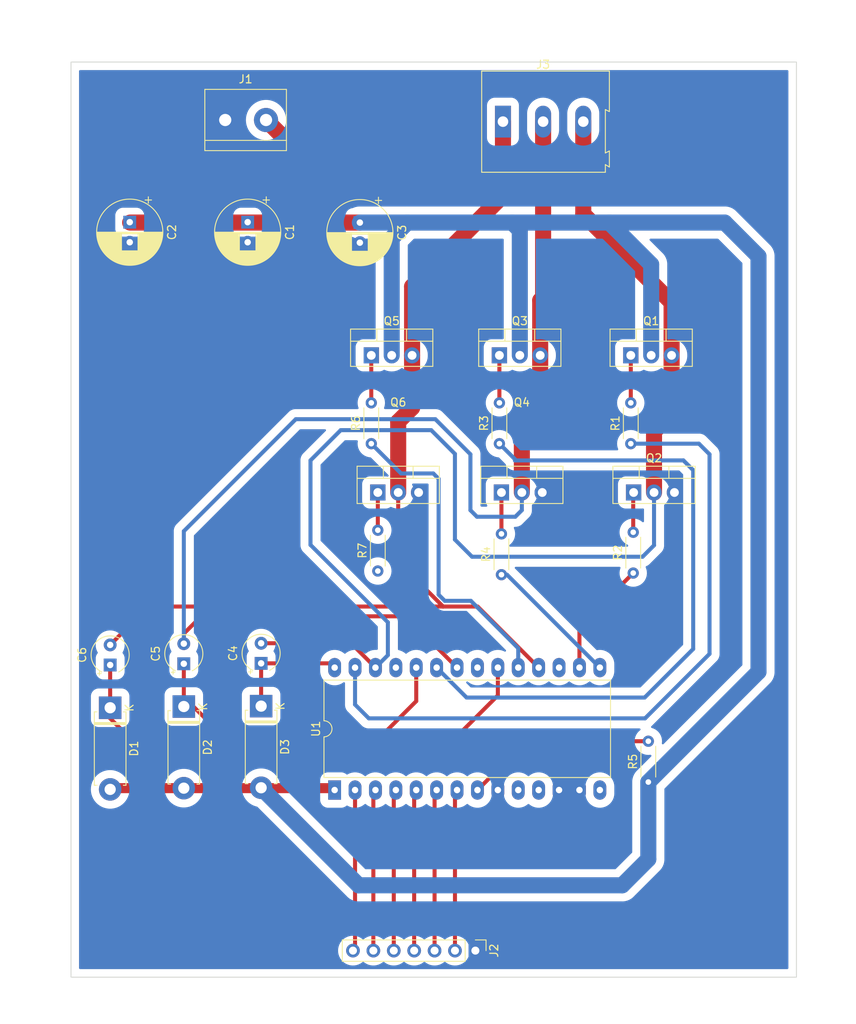
<source format=kicad_pcb>
(kicad_pcb (version 20211014) (generator pcbnew)
  (layers (0 "F.Cu" signal) (31 "B.Cu" signal) (34 "B.Paste" user) (35 "F.Paste" user) (36 "B.SilkS" user "B.Silkscreen") (37 "F.SilkS" user "F.Silkscreen") (38 "B.Mask" user) (39 "F.Mask" user) (44 "Edge.Cuts" user))
  (net 0 "")
  (net 1 "+BATT")
  (net 2 "GND")
  (net 3 "Net-(C4-Pad1)")
  (net 4 "U")
  (net 5 "Net-(C5-Pad1)")
  (net 6 "V")
  (net 7 "Net-(C6-Pad1)")
  (net 8 "W")
  (net 9 "L3")
  (net 10 "H3")
  (net 11 "L2")
  (net 12 "H2")
  (net 13 "L1")
  (net 14 "H1")
  (net 15 "Net-(Q1-Pad1)")
  (net 16 "Net-(Q2-Pad1)")
  (net 17 "Net-(Q3-Pad1)")
  (net 18 "Net-(Q4-Pad1)")
  (net 19 "Net-(Q5-Pad1)")
  (net 20 "Net-(Q6-Pad1)")
  (net 21 "HO1")
  (net 22 "LO1")
  (net 23 "HO2")
  (net 24 "LO2")
  (net 25 "Net-(R5-Pad2)")
  (net 26 "HO3")
  (net 27 "LO3")
  (footprint "Resistor_THT:R_Axial_DIN0204_L3.6mm_D1.6mm_P5.08mm_Horizontal" (layer "F.Cu") (at 194.1576 104.1908 90)
    (fp_text reference "R2" (at 2.54 -1.92 90) (layer "F.SilkS"))
    (fp_text value "10R")
    (pad "1" thru_hole circle (at 0 0 90) (size 1.4 1.4) (drill 0.7) (layers *.Cu *.Mask) (net 22 "LO1"))
    (pad "2" thru_hole oval (at 5.08 0 90) (size 1.4 1.4) (drill 0.7) (layers *.Cu *.Mask) (net 16 "Net-(Q2-Pad1)"))
  )
  (footprint "Package_TO_SOT_THT:TO-220-3_Vertical" (layer "F.Cu") (at 194.2084 94.163)
    (fp_text reference "Q2" (at 2.54 -4.27) (layer "F.SilkS"))
    (fp_text value "IRFZ 24N")
    (pad "1" thru_hole rect (at 0 0) (size 1.905 2) (drill 1.1) (layers *.Cu *.Mask) (net 16 "Net-(Q2-Pad1)"))
    (pad "2" thru_hole oval (at 2.54 0) (size 1.905 2) (drill 1.1) (layers *.Cu *.Mask) (net 4 "U"))
    (pad "3" thru_hole oval (at 5.08 0) (size 1.905 2) (drill 1.1) (layers *.Cu *.Mask) (net 2 "GND"))
  )
  (footprint "Package_TO_SOT_THT:TO-220-3_Vertical" (layer "F.Cu") (at 162.3568 94.163)
    (fp_text reference "Q6" (at 2.54 -11.2133) (layer "F.SilkS"))
    (fp_text value "IRFZ 24N")
    (pad "1" thru_hole rect (at 0 0) (size 1.905 2) (drill 1.1) (layers *.Cu *.Mask) (net 20 "Net-(Q6-Pad1)"))
    (pad "2" thru_hole oval (at 2.54 0) (size 1.905 2) (drill 1.1) (layers *.Cu *.Mask) (net 8 "W"))
    (pad "3" thru_hole oval (at 5.08 0) (size 1.905 2) (drill 1.1) (layers *.Cu *.Mask) (net 2 "GND"))
  )
  (footprint "Resistor_THT:R_Axial_DIN0204_L3.6mm_D1.6mm_P5.08mm_Horizontal" (layer "F.Cu") (at 162.3568 103.9368 90)
    (fp_text reference "R7" (at 2.54 -1.92 90) (layer "F.SilkS"))
    (fp_text value "10R")
    (pad "1" thru_hole circle (at 0 0 90) (size 1.4 1.4) (drill 0.7) (layers *.Cu *.Mask) (net 27 "LO3"))
    (pad "2" thru_hole oval (at 5.08 0 90) (size 1.4 1.4) (drill 0.7) (layers *.Cu *.Mask) (net 20 "Net-(Q6-Pad1)"))
  )
  (footprint "Diode_THT:D_5W_P10.16mm_Horizontal" (layer "F.Cu") (at 147.828 120.7516 -90)
    (fp_text reference "D3" (at 5.08 -2.97 90) (layer "F.SilkS"))
    (fp_text value "1N4148")
    (fp_text user "K" (at 0 -2.4 90) (layer "F.SilkS"))
    (pad "1" thru_hole rect (at 0 0 270) (size 2.8 2.8) (drill 1.4) (layers *.Cu *.Mask) (net 3 "Net-(C4-Pad1)"))
    (pad "2" thru_hole oval (at 10.16 0 270) (size 2.8 2.8) (drill 1.4) (layers *.Cu *.Mask) (net 1 "+BATT"))
  )
  (footprint "Resistor_THT:R_Axial_DIN0204_L3.6mm_D1.6mm_P5.08mm_Horizontal" (layer "F.Cu") (at 177.7492 104.394 90)
    (fp_text reference "R4" (at 2.54 -1.92 90) (layer "F.SilkS"))
    (fp_text value "10R")
    (pad "1" thru_hole circle (at 0 0 90) (size 1.4 1.4) (drill 0.7) (layers *.Cu *.Mask) (net 24 "LO2"))
    (pad "2" thru_hole oval (at 5.08 0 90) (size 1.4 1.4) (drill 0.7) (layers *.Cu *.Mask) (net 18 "Net-(Q4-Pad1)"))
  )
  (footprint "Capacitor_THT:CP_Radial_Tantal_D4.5mm_P2.50mm" (layer "F.Cu") (at 129.032 115.630456 90)
    (fp_text reference "C6" (at 1.25 -3.5 90) (layer "F.SilkS"))
    (fp_text value "270nF")
    (pad "1" thru_hole rect (at 0 0 90) (size 1.6 1.6) (drill 0.8) (layers *.Cu *.Mask) (net 7 "Net-(C6-Pad1)"))
    (pad "2" thru_hole circle (at 2.5 0 90) (size 1.6 1.6) (drill 0.8) (layers *.Cu *.Mask) (net 8 "W"))
  )
  (footprint "Diode_THT:D_5W_P10.16mm_Horizontal" (layer "F.Cu") (at 129.032 120.9548 -90)
    (fp_text reference "D1" (at 5.08 -2.97 90) (layer "F.SilkS"))
    (fp_text value "1N4148")
    (fp_text user "K" (at 0 -2.4 90) (layer "F.SilkS"))
    (pad "1" thru_hole rect (at 0 0 270) (size 2.8 2.8) (drill 1.4) (layers *.Cu *.Mask) (net 7 "Net-(C6-Pad1)"))
    (pad "2" thru_hole oval (at 10.16 0 270) (size 2.8 2.8) (drill 1.4) (layers *.Cu *.Mask) (net 1 "+BATT"))
  )
  (footprint "Resistor_THT:R_Axial_DIN0204_L3.6mm_D1.6mm_P5.08mm_Horizontal" (layer "F.Cu") (at 193.8528 88.0872 90)
    (fp_text reference "R1" (at 2.54 -1.92 90) (layer "F.SilkS"))
    (fp_text value "10R")
    (pad "1" thru_hole circle (at 0 0 90) (size 1.4 1.4) (drill 0.7) (layers *.Cu *.Mask) (net 21 "HO1"))
    (pad "2" thru_hole oval (at 5.08 0 90) (size 1.4 1.4) (drill 0.7) (layers *.Cu *.Mask) (net 15 "Net-(Q1-Pad1)"))
  )
  (footprint "Package_TO_SOT_THT:TO-220-3_Vertical" (layer "F.Cu") (at 161.544 77.0942)
    (fp_text reference "Q5" (at 2.54 -4.27) (layer "F.SilkS"))
    (fp_text value "IRFZ 24N")
    (pad "1" thru_hole rect (at 0 0) (size 1.905 2) (drill 1.1) (layers *.Cu *.Mask) (net 19 "Net-(Q5-Pad1)"))
    (pad "2" thru_hole oval (at 2.54 0) (size 1.905 2) (drill 1.1) (layers *.Cu *.Mask) (net 1 "+BATT"))
    (pad "3" thru_hole oval (at 5.08 0) (size 1.905 2) (drill 1.1) (layers *.Cu *.Mask) (net 8 "W"))
  )
  (footprint "Package_TO_SOT_THT:TO-220-3_Vertical" (layer "F.Cu") (at 193.8528 77.0942)
    (fp_text reference "Q1" (at 2.54 -4.27) (layer "F.SilkS"))
    (fp_text value "IRFZ 24N")
    (pad "1" thru_hole rect (at 0 0) (size 1.905 2) (drill 1.1) (layers *.Cu *.Mask) (net 15 "Net-(Q1-Pad1)"))
    (pad "2" thru_hole oval (at 2.54 0) (size 1.905 2) (drill 1.1) (layers *.Cu *.Mask) (net 1 "+BATT"))
    (pad "3" thru_hole oval (at 5.08 0) (size 1.905 2) (drill 1.1) (layers *.Cu *.Mask) (net 4 "U"))
  )
  (footprint "Capacitor_THT:CP_Radial_D8.0mm_P2.50mm" (layer "F.Cu") (at 160.1216 60.569349 -90)
    (fp_text reference "C3" (at 1.25 -5.25 90) (layer "F.SilkS"))
    (fp_text value "100uF")
    (pad "1" thru_hole rect (at 0 0 270) (size 1.6 1.6) (drill 0.8) (layers *.Cu *.Mask) (net 1 "+BATT"))
    (pad "2" thru_hole circle (at 2.5 0 270) (size 1.6 1.6) (drill 0.8) (layers *.Cu *.Mask) (net 2 "GND"))
  )
  (footprint "TerminalBlock:TerminalBlock_bornier-2_P5.08mm" (layer "F.Cu") (at 143.3576 47.8028)
    (fp_text reference "J1" (at 2.54 -5.08) (layer "F.SilkS"))
    (fp_text value "Power Input")
    (pad "1" thru_hole rect (at 0 0) (size 3 3) (drill 1.52) (layers *.Cu *.Mask) (net 2 "GND"))
    (pad "2" thru_hole circle (at 5.08 0) (size 3 3) (drill 1.52) (layers *.Cu *.Mask) (net 1 "+BATT"))
  )
  (footprint "Connector_PinHeader_2.54mm:PinHeader_1x07_P2.54mm_Vertical" (layer "F.Cu") (at 174.503 151.1808 -90)
    (fp_text reference "J2" (at 0 -2.33 90) (layer "F.SilkS"))
    (fp_text value "Input")
    (pad "1" thru_hole rect (at 0 0 270) (size 1.7 1.7) (drill 1) (layers *.Cu *.Mask) (net 2 "GND"))
    (pad "2" thru_hole oval (at 0 2.54 270) (size 1.7 1.7) (drill 1) (layers *.Cu *.Mask) (net 9 "L3"))
    (pad "3" thru_hole oval (at 0 5.08 270) (size 1.7 1.7) (drill 1) (layers *.Cu *.Mask) (net 11 "L2"))
    (pad "4" thru_hole oval (at 0 7.62 270) (size 1.7 1.7) (drill 1) (layers *.Cu *.Mask) (net 13 "L1"))
    (pad "5" thru_hole oval (at 0 10.16 270) (size 1.7 1.7) (drill 1) (layers *.Cu *.Mask) (net 10 "H3"))
    (pad "6" thru_hole oval (at 0 12.7 270) (size 1.7 1.7) (drill 1) (layers *.Cu *.Mask) (net 12 "H2"))
    (pad "7" thru_hole oval (at 0 15.24 270) (size 1.7 1.7) (drill 1) (layers *.Cu *.Mask) (net 14 "H1"))
  )
  (footprint "TerminalBlock:TerminalBlock_Altech_AK300-3_P5.00mm" (layer "F.Cu") (at 177.9384 48.006)
    (fp_text reference "J3" (at 5 -7.1) (layer "F.SilkS"))
    (fp_text value "Motor Output")
    (pad "1" thru_hole rect (at 0 0) (size 1.98 3.96) (drill 1.32) (layers *.Cu *.Mask) (net 8 "W"))
    (pad "2" thru_hole oval (at 5 0) (size 1.98 3.96) (drill 1.32) (layers *.Cu *.Mask) (net 6 "V"))
    (pad "3" thru_hole oval (at 10 0) (size 1.98 3.96) (drill 1.32) (layers *.Cu *.Mask) (net 4 "U"))
  )
  (footprint "Package_DIP:DIP-28_W15.24mm_LongPads" (layer "F.Cu") (at 156.982 131.1964 90)
    (fp_text reference "U1" (at 7.62 -2.33 90) (layer "F.SilkS"))
    (fp_text value "IR2130")
    (pad "1" thru_hole rect (at 0 0 90) (size 2.4 1.6) (drill 0.8) (layers *.Cu *.Mask) (net 1 "+BATT"))
    (pad "2" thru_hole oval (at 0 2.54 90) (size 2.4 1.6) (drill 0.8) (layers *.Cu *.Mask) (net 14 "H1"))
    (pad "3" thru_hole oval (at 0 5.08 90) (size 2.4 1.6) (drill 0.8) (layers *.Cu *.Mask) (net 12 "H2"))
    (pad "4" thru_hole oval (at 0 7.62 90) (size 2.4 1.6) (drill 0.8) (layers *.Cu *.Mask) (net 10 "H3"))
    (pad "5" thru_hole oval (at 0 10.16 90) (size 2.4 1.6) (drill 0.8) (layers *.Cu *.Mask) (net 13 "L1"))
    (pad "6" thru_hole oval (at 0 12.7 90) (size 2.4 1.6) (drill 0.8) (layers *.Cu *.Mask) (net 11 "L2"))
    (pad "7" thru_hole oval (at 0 15.24 90) (size 2.4 1.6) (drill 0.8) (layers *.Cu *.Mask) (net 9 "L3"))
    (pad "8" thru_hole oval (at 0 17.78 90) (size 2.4 1.6) (drill 0.8) (layers *.Cu *.Mask) (net 25 "Net-(R5-Pad2)"))
    (pad "9" thru_hole oval (at 0 20.32 90) (size 2.4 1.6) (drill 0.8) (layers *.Cu *.Mask) (net 2 "GND"))
    (pad "10" thru_hole oval (at 0 22.86 90) (size 2.4 1.6) (drill 0.8) (layers *.Cu *.Mask))
    (pad "11" thru_hole oval (at 0 25.4 90) (size 2.4 1.6) (drill 0.8) (layers *.Cu *.Mask))
    (pad "12" thru_hole oval (at 0 27.94 90) (size 2.4 1.6) (drill 0.8) (layers *.Cu *.Mask) (net 2 "GND"))
    (pad "13" thru_hole oval (at 0 30.48 90) (size 2.4 1.6) (drill 0.8) (layers *.Cu *.Mask) (net 2 "GND"))
    (pad "14" thru_hole oval (at 0 33.02 90) (size 2.4 1.6) (drill 0.8) (layers *.Cu *.Mask) (net 27 "LO3"))
    (pad "15" thru_hole oval (at 15.24 33.02 90) (size 2.4 1.6) (drill 0.8) (layers *.Cu *.Mask) (net 24 "LO2"))
    (pad "16" thru_hole oval (at 15.24 30.48 90) (size 2.4 1.6) (drill 0.8) (layers *.Cu *.Mask) (net 22 "LO1"))
    (pad "17" thru_hole oval (at 15.24 27.94 90) (size 2.4 1.6) (drill 0.8) (layers *.Cu *.Mask))
    (pad "18" thru_hole oval (at 15.24 25.4 90) (size 2.4 1.6) (drill 0.8) (layers *.Cu *.Mask) (net 8 "W"))
    (pad "19" thru_hole oval (at 15.24 22.86 90) (size 2.4 1.6) (drill 0.8) (layers *.Cu *.Mask) (net 26 "HO3"))
    (pad "20" thru_hole oval (at 15.24 20.32 90) (size 2.4 1.6) (drill 0.8) (layers *.Cu *.Mask) (net 7 "Net-(C6-Pad1)"))
    (pad "21" thru_hole oval (at 15.24 17.78 90) (size 2.4 1.6) (drill 0.8) (layers *.Cu *.Mask))
    (pad "22" thru_hole oval (at 15.24 15.24 90) (size 2.4 1.6) (drill 0.8) (layers *.Cu *.Mask) (net 6 "V"))
    (pad "23" thru_hole oval (at 15.24 12.7 90) (size 2.4 1.6) (drill 0.8) (layers *.Cu *.Mask) (net 23 "HO2"))
    (pad "24" thru_hole oval (at 15.24 10.16 90) (size 2.4 1.6) (drill 0.8) (layers *.Cu *.Mask) (net 5 "Net-(C5-Pad1)"))
    (pad "25" thru_hole oval (at 15.24 7.62 90) (size 2.4 1.6) (drill 0.8) (layers *.Cu *.Mask))
    (pad "26" thru_hole oval (at 15.24 5.08 90) (size 2.4 1.6) (drill 0.8) (layers *.Cu *.Mask) (net 4 "U"))
    (pad "27" thru_hole oval (at 15.24 2.54 90) (size 2.4 1.6) (drill 0.8) (layers *.Cu *.Mask) (net 21 "HO1"))
    (pad "28" thru_hole oval (at 15.24 0 90) (size 2.4 1.6) (drill 0.8) (layers *.Cu *.Mask) (net 3 "Net-(C4-Pad1)"))
  )
  (footprint "Package_TO_SOT_THT:TO-220-3_Vertical" (layer "F.Cu") (at 177.7492 94.163)
    (fp_text reference "Q4" (at 2.54 -11.2133) (layer "F.SilkS"))
    (fp_text value "IRFZ 24N")
    (pad "1" thru_hole rect (at 0 0) (size 1.905 2) (drill 1.1) (layers *.Cu *.Mask) (net 18 "Net-(Q4-Pad1)"))
    (pad "2" thru_hole oval (at 2.54 0) (size 1.905 2) (drill 1.1) (layers *.Cu *.Mask) (net 6 "V"))
    (pad "3" thru_hole oval (at 5.08 0) (size 1.905 2) (drill 1.1) (layers *.Cu *.Mask) (net 2 "GND"))
  )
  (footprint "Capacitor_THT:CP_Radial_D8.0mm_P2.50mm" (layer "F.Cu") (at 146.1516 60.518549 -90)
    (fp_text reference "C1" (at 1.25 -5.25 90) (layer "F.SilkS"))
    (fp_text value "100uF")
    (pad "1" thru_hole rect (at 0 0 270) (size 1.6 1.6) (drill 0.8) (layers *.Cu *.Mask) (net 1 "+BATT"))
    (pad "2" thru_hole circle (at 2.5 0 270) (size 1.6 1.6) (drill 0.8) (layers *.Cu *.Mask) (net 2 "GND"))
  )
  (footprint "Package_TO_SOT_THT:TO-220-3_Vertical" (layer "F.Cu") (at 177.4952 77.0942)
    (fp_text reference "Q3" (at 2.54 -4.27) (layer "F.SilkS"))
    (fp_text value "IRFZ 24N")
    (pad "1" thru_hole rect (at 0 0) (size 1.905 2) (drill 1.1) (layers *.Cu *.Mask) (net 17 "Net-(Q3-Pad1)"))
    (pad "2" thru_hole oval (at 2.54 0) (size 1.905 2) (drill 1.1) (layers *.Cu *.Mask) (net 1 "+BATT"))
    (pad "3" thru_hole oval (at 5.08 0) (size 1.905 2) (drill 1.1) (layers *.Cu *.Mask) (net 6 "V"))
  )
  (footprint "Resistor_THT:R_Axial_DIN0204_L3.6mm_D1.6mm_P5.08mm_Horizontal" (layer "F.Cu") (at 177.4952 88.0872 90)
    (fp_text reference "R3" (at 2.54 -1.92 90) (layer "F.SilkS"))
    (fp_text value "10R")
    (pad "1" thru_hole circle (at 0 0 90) (size 1.4 1.4) (drill 0.7) (layers *.Cu *.Mask) (net 23 "HO2"))
    (pad "2" thru_hole oval (at 5.08 0 90) (size 1.4 1.4) (drill 0.7) (layers *.Cu *.Mask) (net 17 "Net-(Q3-Pad1)"))
  )
  (footprint "Capacitor_THT:CP_Radial_Tantal_D4.5mm_P2.50mm" (layer "F.Cu") (at 147.828 115.427256 90)
    (fp_text reference "C4" (at 1.25 -3.5 90) (layer "F.SilkS"))
    (fp_text value "270nF")
    (pad "1" thru_hole rect (at 0 0 90) (size 1.6 1.6) (drill 0.8) (layers *.Cu *.Mask) (net 3 "Net-(C4-Pad1)"))
    (pad "2" thru_hole circle (at 2.5 0 90) (size 1.6 1.6) (drill 0.8) (layers *.Cu *.Mask) (net 4 "U"))
  )
  (footprint "Diode_THT:D_5W_P10.16mm_Horizontal" (layer "F.Cu") (at 138.2014 120.8024 -90)
    (fp_text reference "D2" (at 5.08 -2.97 90) (layer "F.SilkS"))
    (fp_text value "1N4148")
    (fp_text user "K" (at 0 -2.4 90) (layer "F.SilkS"))
    (pad "1" thru_hole rect (at 0 0 270) (size 2.8 2.8) (drill 1.4) (layers *.Cu *.Mask) (net 5 "Net-(C5-Pad1)"))
    (pad "2" thru_hole oval (at 10.16 0 270) (size 2.8 2.8) (drill 1.4) (layers *.Cu *.Mask) (net 1 "+BATT"))
  )
  (footprint "Resistor_THT:R_Axial_DIN0204_L3.6mm_D1.6mm_P5.08mm_Horizontal" (layer "F.Cu") (at 161.544 88.0872 90)
    (fp_text reference "R6" (at 2.54 -1.92 90) (layer "F.SilkS"))
    (fp_text value "10R")
    (pad "1" thru_hole circle (at 0 0 90) (size 1.4 1.4) (drill 0.7) (layers *.Cu *.Mask) (net 26 "HO3"))
    (pad "2" thru_hole oval (at 5.08 0 90) (size 1.4 1.4) (drill 0.7) (layers *.Cu *.Mask) (net 19 "Net-(Q5-Pad1)"))
  )
  (footprint "Capacitor_THT:CP_Radial_Tantal_D4.5mm_P2.50mm" (layer "F.Cu") (at 138.2014 115.478056 90)
    (fp_text reference "C5" (at 1.25 -3.5 90) (layer "F.SilkS"))
    (fp_text value "270nF")
    (pad "1" thru_hole rect (at 0 0 90) (size 1.6 1.6) (drill 0.8) (layers *.Cu *.Mask) (net 5 "Net-(C5-Pad1)"))
    (pad "2" thru_hole circle (at 2.5 0 90) (size 1.6 1.6) (drill 0.8) (layers *.Cu *.Mask) (net 6 "V"))
  )
  (footprint "Resistor_THT:R_Axial_DIN0204_L3.6mm_D1.6mm_P5.08mm_Horizontal" (layer "F.Cu") (at 196.0372 130.2004 90)
    (fp_text reference "R5" (at 2.54 -1.92 90) (layer "F.SilkS"))
    (fp_text value "10k")
    (pad "1" thru_hole circle (at 0 0 90) (size 1.4 1.4) (drill 0.7) (layers *.Cu *.Mask) (net 1 "+BATT"))
    (pad "2" thru_hole oval (at 5.08 0 90) (size 1.4 1.4) (drill 0.7) (layers *.Cu *.Mask) (net 25 "Net-(R5-Pad2)"))
  )
  (footprint "Capacitor_THT:CP_Radial_D8.0mm_P2.50mm" (layer "F.Cu") (at 131.4704 60.518549 -90)
    (fp_text reference "C2" (at 1.25 -5.25 90) (layer "F.SilkS"))
    (fp_text value "100uF")
    (pad "1" thru_hole rect (at 0 0 270) (size 1.6 1.6) (drill 0.8) (layers *.Cu *.Mask) (net 1 "+BATT"))
    (pad "2" thru_hole circle (at 2.5 0 270) (size 1.6 1.6) (drill 0.8) (layers *.Cu *.Mask) (net 2 "GND"))
  )
  (gr_rect (start 124.1552 40.5892) (end 214.4776 154.4828) (layer "Edge.Cuts") (width 0.1) (fill none))
  (segment (start 151.247349 50.612549) (end 148.4376 47.8028) (width 2) (layer "F.Cu") (net 1))
  (segment (start 160.1216 60.569349) (end 151.247349 60.569349) (width 2) (layer "F.Cu") (net 1))
  (segment (start 156.748 130.9624) (end 156.982 131.1964) (width 0.5) (layer "F.Cu") (net 1))
  (segment (start 131.5212 60.569349) (end 131.4704 60.518549) (width 0.5) (layer "F.Cu") (net 1))
  (segment (start 128.5748 130.9624) (end 156.748 130.9624) (width 1.25) (layer "F.Cu") (net 1))
  (segment (start 151.247349 60.569349) (end 131.5212 60.569349) (width 2) (layer "F.Cu") (net 1))
  (segment (start 151.247349 60.569349) (end 151.247349 50.612549) (width 2) (layer "F.Cu") (net 1))
  (segment (start 166.030149 60.569349) (end 179.085749 60.569349) (width 2) (layer "B.Cu") (net 1))
  (segment (start 179.085749 60.569349) (end 191.176149 60.569349) (width 2) (layer "B.Cu") (net 1))
  (segment (start 192.786 143.0528) (end 159.9692 143.0528) (width 2) (layer "B.Cu") (net 1))
  (segment (start 196.0372 139.8016) (end 192.786 143.0528) (width 2) (layer "B.Cu") (net 1))
  (segment (start 209.7532 116.4844) (end 196.0372 130.2004) (width 2) (layer "B.Cu") (net 1))
  (segment (start 180.0352 61.5188) (end 180.0352 77.0942) (width 2) (layer "B.Cu") (net 1))
  (segment (start 191.176149 60.569349) (end 196.3928 65.786) (width 2) (layer "B.Cu") (net 1))
  (segment (start 164.084 62.515498) (end 166.030149 60.569349) (width 2) (layer "B.Cu") (net 1))
  (segment (start 160.1216 60.569349) (end 166.030149 60.569349) (width 2) (layer "B.Cu") (net 1))
  (segment (start 191.176149 60.569349) (end 205.552549 60.569349) (width 2) (layer "B.Cu") (net 1))
  (segment (start 196.3928 65.786) (end 196.3928 77.0942) (width 2) (layer "B.Cu") (net 1))
  (segment (start 205.552549 60.569349) (end 209.7532 64.77) (width 2) (layer "B.Cu") (net 1))
  (segment (start 159.9692 143.0528) (end 147.828 130.9116) (width 2) (layer "B.Cu") (net 1))
  (segment (start 179.085749 60.569349) (end 180.0352 61.5188) (width 2) (layer "B.Cu") (net 1))
  (segment (start 196.0372 130.2004) (end 196.0372 139.8016) (width 2) (layer "B.Cu") (net 1))
  (segment (start 164.084 77.0942) (end 164.084 62.515498) (width 2) (layer "B.Cu") (net 1))
  (segment (start 209.7532 64.77) (end 209.7532 116.4844) (width 2) (layer "B.Cu") (net 1))
  (segment (start 147.828 120.7516) (end 147.828 115.427256) (width 0.5) (layer "F.Cu") (net 3))
  (segment (start 156.452856 115.427256) (end 156.982 115.9564) (width 0.5) (layer "F.Cu") (net 3))
  (segment (start 147.828 115.427256) (end 156.452856 115.427256) (width 0.5) (layer "F.Cu") (net 3))
  (segment (start 198.9328 70.5104) (end 187.9384 59.516) (width 2) (layer "F.Cu") (net 4))
  (segment (start 196.7484 94.163) (end 196.7484 86.5632) (width 2) (layer "F.Cu") (net 4))
  (segment (start 159.032856 112.927256) (end 162.062 115.9564) (width 0.5) (layer "F.Cu") (net 4))
  (segment (start 196.7484 86.5632) (end 198.9328 84.3788) (width 2) (layer "F.Cu") (net 4))
  (segment (start 198.9328 77.0942) (end 198.9328 70.5104) (width 2) (layer "F.Cu") (net 4))
  (segment (start 147.828 112.927256) (end 159.032856 112.927256) (width 0.5) (layer "F.Cu") (net 4))
  (segment (start 198.9328 84.3788) (end 198.9328 77.0942) (width 2) (layer "F.Cu") (net 4))
  (segment (start 187.9384 59.516) (end 187.9384 48.006) (width 2) (layer "F.Cu") (net 4))
  (segment (start 163.6068 114.4116) (end 163.6068 110.3176) (width 0.5) (layer "B.Cu") (net 4))
  (segment (start 162.062 115.9564) (end 163.6068 114.4116) (width 0.5) (layer "B.Cu") (net 4))
  (segment (start 157.739754 86.405046) (end 169.005846 86.405046) (width 0.5) (layer "B.Cu") (net 4))
  (segment (start 153.9748 100.6856) (end 153.9748 90.17) (width 0.5) (layer "B.Cu") (net 4))
  (segment (start 163.6068 110.3176) (end 153.9748 100.6856) (width 0.5) (layer "B.Cu") (net 4))
  (segment (start 174.0916 102.1588) (end 195.326 102.1588) (width 0.5) (layer "B.Cu") (net 4))
  (segment (start 196.7484 100.7364) (end 196.7484 94.163) (width 0.5) (layer "B.Cu") (net 4))
  (segment (start 171.958 100.0252) (end 174.0916 102.1588) (width 0.5) (layer "B.Cu") (net 4))
  (segment (start 195.326 102.1588) (end 196.7484 100.7364) (width 0.5) (layer "B.Cu") (net 4))
  (segment (start 153.9748 90.17) (end 157.739754 86.405046) (width 0.5) (layer "B.Cu") (net 4))
  (segment (start 169.005846 86.405046) (end 171.958 89.3572) (width 0.5) (layer "B.Cu") (net 4))
  (segment (start 171.958 89.3572) (end 171.958 100.0252) (width 0.5) (layer "B.Cu") (net 4))
  (segment (start 138.2014 120.8024) (end 138.2014 115.478056) (width 0.5) (layer "F.Cu") (net 5))
  (segment (start 138.2014 120.8024) (end 139.3952 120.8024) (width 0.5) (layer "F.Cu") (net 5))
  (segment (start 144.8816 126.2888) (end 160.9852 126.2888) (width 0.5) (layer "F.Cu") (net 5))
  (segment (start 139.3952 120.8024) (end 144.8816 126.2888) (width 0.5) (layer "F.Cu") (net 5))
  (segment (start 167.142 120.132) (end 167.142 115.9564) (width 0.5) (layer "F.Cu") (net 5))
  (segment (start 160.9852 126.2888) (end 167.142 120.132) (width 0.5) (layer "F.Cu") (net 5))
  (segment (start 182.5752 84.4804) (end 182.5752 77.0942) (width 2) (layer "F.Cu") (net 6))
  (segment (start 140.3604 109.5756) (end 165.8412 109.5756) (width 0.5) (layer "F.Cu") (net 6))
  (segment (start 138.2014 111.7346) (end 140.3604 109.5756) (width 0.5) (layer "F.Cu") (net 6))
  (segment (start 182.5752 77.0942) (end 182.5752 70.2564) (width 2) (layer "F.Cu") (net 6))
  (segment (start 165.8412 109.5756) (end 172.222 115.9564) (width 0.5) (layer "F.Cu") (net 6))
  (segment (start 182.9384 69.8932) (end 182.9384 48.006) (width 2) (layer "F.Cu") (net 6))
  (segment (start 138.2014 112.978056) (end 138.2014 111.7346) (width 0.5) (layer "F.Cu") (net 6))
  (segment (start 182.5752 70.2564) (end 182.9384 69.8932) (width 2) (layer "F.Cu") (net 6))
  (segment (start 180.2892 86.7664) (end 182.5752 84.4804) (width 2) (layer "F.Cu") (net 6))
  (segment (start 180.2892 94.163) (end 180.2892 86.7664) (width 2) (layer "F.Cu") (net 6))
  (segment (start 173.8884 89.408) (end 173.8884 96.3676) (width 0.5) (layer "B.Cu") (net 6))
  (segment (start 138.2014 98.9838) (end 152.146 85.0392) (width 0.5) (layer "B.Cu") (net 6))
  (segment (start 169.5196 85.0392) (end 173.8884 89.408) (width 0.5) (layer "B.Cu") (net 6))
  (segment (start 179.4764 97.1804) (end 180.2892 96.3676) (width 0.5) (layer "B.Cu") (net 6))
  (segment (start 138.2014 112.978056) (end 138.2014 98.9838) (width 0.5) (layer "B.Cu") (net 6))
  (segment (start 152.146 85.0392) (end 169.5196 85.0392) (width 0.5) (layer "B.Cu") (net 6))
  (segment (start 174.7012 97.1804) (end 179.4764 97.1804) (width 0.5) (layer "B.Cu") (net 6))
  (segment (start 180.2892 96.3676) (end 180.2892 94.163) (width 0.5) (layer "B.Cu") (net 6))
  (segment (start 173.8884 96.3676) (end 174.7012 97.1804) (width 0.5) (layer "B.Cu") (net 6))
  (segment (start 129.032 120.9548) (end 129.032 122.2756) (width 0.5) (layer "F.Cu") (net 7))
  (segment (start 168.8592 127.8636) (end 177.302 119.4208) (width 0.5) (layer "F.Cu") (net 7))
  (segment (start 177.302 119.4208) (end 177.302 115.9564) (width 0.5) (layer "F.Cu") (net 7))
  (segment (start 134.62 127.8636) (end 168.8592 127.8636) (width 0.5) (layer "F.Cu") (net 7))
  (segment (start 129.032 122.2756) (end 134.62 127.8636) (width 0.5) (layer "F.Cu") (net 7))
  (segment (start 129.032 120.9548) (end 129.032 115.630456) (width 0.5) (layer "F.Cu") (net 7))
  (segment (start 166.624 77.0942) (end 166.624 68.5292) (width 2) (layer "F.Cu") (net 8))
  (segment (start 177.9384 57.2148) (end 177.9384 48.006) (width 2) (layer "F.Cu") (net 8))
  (segment (start 164.8968 102.7684) (end 164.8968 94.163) (width 0.5) (layer "F.Cu") (net 8))
  (segment (start 129.032 113.130456) (end 133.806056 108.3564) (width 0.5) (layer "F.Cu") (net 8))
  (segment (start 133.806056 108.3564) (end 170.4848 108.3564) (width 0.5) (layer "F.Cu") (net 8))
  (segment (start 166.624 83.6168) (end 166.624 77.0942) (width 2) (layer "F.Cu") (net 8))
  (segment (start 164.8968 85.344) (end 166.624 83.6168) (width 2) (layer "F.Cu") (net 8))
  (segment (start 166.624 68.5292) (end 177.9384 57.2148) (width 2) (layer "F.Cu") (net 8))
  (segment (start 170.4848 108.3564) (end 164.8968 102.7684) (width 0.5) (layer "F.Cu") (net 8))
  (segment (start 174.782 108.3564) (end 182.382 115.9564) (width 0.5) (layer "F.Cu") (net 8))
  (segment (start 170.4848 108.3564) (end 174.782 108.3564) (width 0.5) (layer "F.Cu") (net 8))
  (segment (start 164.8968 94.163) (end 164.8968 85.344) (width 2) (layer "F.Cu") (net 8))
  (segment (start 171.963 151.1808) (end 171.963 131.4554) (width 0.5) (layer "F.Cu") (net 9))
  (segment (start 171.963 131.4554) (end 172.222 131.1964) (width 0.5) (layer "F.Cu") (net 9))
  (segment (start 164.343 151.1808) (end 164.343 131.4554) (width 0.5) (layer "F.Cu") (net 10))
  (segment (start 164.343 131.4554) (end 164.602 131.1964) (width 0.5) (layer "F.Cu") (net 10))
  (segment (start 169.423 131.4554) (end 169.682 131.1964) (width 0.5) (layer "F.Cu") (net 11))
  (segment (start 169.423 151.1808) (end 169.423 131.4554) (width 0.5) (layer "F.Cu") (net 11))
  (segment (start 161.803 131.4554) (end 162.062 131.1964) (width 0.5) (layer "F.Cu") (net 12))
  (segment (start 161.803 151.1808) (end 161.803 131.4554) (width 0.5) (layer "F.Cu") (net 12))
  (segment (start 166.883 131.4554) (end 167.142 131.1964) (width 0.5) (layer "F.Cu") (net 13))
  (segment (start 166.883 151.1808) (end 166.883 131.4554) (width 0.5) (layer "F.Cu") (net 13))
  (segment (start 159.522 150.9218) (end 159.263 151.1808) (width 0.5) (layer "F.Cu") (net 14))
  (segment (start 159.522 131.1964) (end 159.522 150.9218) (width 0.5) (layer "F.Cu") (net 14))
  (segment (start 193.8528 83.0072) (end 193.8528 77.0942) (width 0.5) (layer "F.Cu") (net 15))
  (segment (start 194.1576 99.1108) (end 194.1576 94.2138) (width 0.5) (layer "F.Cu") (net 16))
  (segment (start 194.1576 94.2138) (end 194.2084 94.163) (width 0.5) (layer "F.Cu") (net 16))
  (segment (start 177.4952 83.0072) (end 177.4952 77.0942) (width 0.5) (layer "F.Cu") (net 17))
  (segment (start 177.7492 99.314) (end 177.7492 94.163) (width 0.5) (layer "F.Cu") (net 18))
  (segment (start 161.544 83.0072) (end 161.544 77.0942) (width 0.5) (layer "F.Cu") (net 19))
  (segment (start 162.3568 98.8568) (end 162.3568 94.163) (width 0.5) (layer "F.Cu") (net 20))
  (segment (start 193.8528 88.0872) (end 202.3364 88.0872) (width 0.5) (layer "B.Cu") (net 21))
  (segment (start 203.6572 89.408) (end 203.6572 114.2492) (width 0.5) (layer "B.Cu") (net 21))
  (segment (start 195.6308 122.2756) (end 161.2392 122.2756) (width 0.5) (layer "B.Cu") (net 21))
  (segment (start 203.6572 114.2492) (end 195.6308 122.2756) (width 0.5) (layer "B.Cu") (net 21))
  (segment (start 161.2392 122.2756) (end 159.522 120.5584) (width 0.5) (layer "B.Cu") (net 21))
  (segment (start 159.522 120.5584) (end 159.522 115.9564) (width 0.5) (layer "B.Cu") (net 21))
  (segment (start 202.3364 88.0872) (end 203.6572 89.408) (width 0.5) (layer "B.Cu") (net 21))
  (segment (start 187.462 115.9564) (end 187.462 110.8864) (width 0.5) (layer "F.Cu") (net 22))
  (segment (start 187.462 110.8864) (end 194.1576 104.1908) (width 0.5) (layer "F.Cu") (net 22))
  (segment (start 169.682 115.9564) (end 173.4104 119.6848) (width 0.5) (layer "B.Cu") (net 23))
  (segment (start 173.4104 119.6848) (end 195.58 119.6848) (width 0.5) (layer "B.Cu") (net 23))
  (segment (start 195.58 119.6848) (end 201.6252 113.6396) (width 0.5) (layer "B.Cu") (net 23))
  (segment (start 179.4256 90.0176) (end 177.4952 88.0872) (width 0.5) (layer "B.Cu") (net 23))
  (segment (start 200.406 90.17) (end 179.4256 90.17) (width 0.5) (layer "B.Cu") (net 23))
  (segment (start 179.4256 90.17) (end 179.4256 90.0176) (width 0.5) (layer "B.Cu") (net 23))
  (segment (start 201.6252 113.6396) (end 201.6252 91.3892) (width 0.5) (layer "B.Cu") (net 23))
  (segment (start 201.6252 91.3892) (end 200.406 90.17) (width 0.5) (layer "B.Cu") (net 23))
  (segment (start 190.002 115.9564) (end 178.4396 104.394) (width 0.5) (layer "B.Cu") (net 24))
  (segment (start 178.4396 104.394) (end 177.7492 104.394) (width 0.5) (layer "B.Cu") (net 24))
  (segment (start 196.0372 125.1204) (end 180.838 125.1204) (width 0.5) (layer "F.Cu") (net 25))
  (segment (start 180.838 125.1204) (end 174.762 131.1964) (width 0.5) (layer "F.Cu") (net 25))
  (segment (start 179.842 113.548) (end 179.842 115.9564) (width 0.5) (layer "B.Cu") (net 26))
  (segment (start 161.544 88.0872) (end 165.2524 91.7956) (width 0.5) (layer "B.Cu") (net 26))
  (segment (start 169.926 92.456) (end 169.926 106.8832) (width 0.5) (layer "B.Cu") (net 26))
  (segment (start 169.2656 91.7956) (end 169.926 92.456) (width 0.5) (layer "B.Cu") (net 26))
  (segment (start 170.688 107.6452) (end 173.9392 107.6452) (width 0.5) (layer "B.Cu") (net 26))
  (segment (start 165.2524 91.7956) (end 169.2656 91.7956) (width 0.5) (layer "B.Cu") (net 26))
  (segment (start 173.9392 107.6452) (end 179.842 113.548) (width 0.5) (layer "B.Cu") (net 26))
  (segment (start 169.926 106.8832) (end 170.688 107.6452) (width 0.5) (layer "B.Cu") (net 26))
  (zone (net 2) (net_name "GND") (layer "B.Cu") (connect_pads yes (clearance 1)) (min_thickness 0.254) (fill yes (thermal_gap 0.508) (thermal_bridge_width 0.508))
    (polygon (pts (xy 221.8944 160.3248) (xy 115.316 160.3248) (xy 115.316 32.8676) (xy 189.4332 32.8676) (xy 221.8944 32.8676)))
  )
)
</source>
